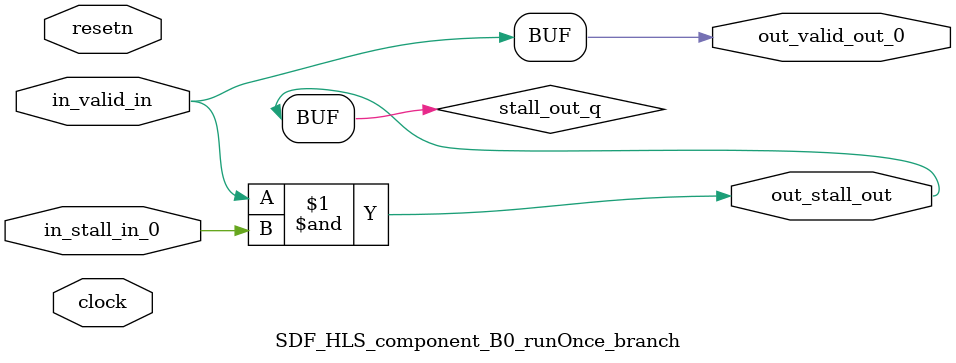
<source format=sv>



(* altera_attribute = "-name AUTO_SHIFT_REGISTER_RECOGNITION OFF; -name MESSAGE_DISABLE 10036; -name MESSAGE_DISABLE 10037; -name MESSAGE_DISABLE 14130; -name MESSAGE_DISABLE 14320; -name MESSAGE_DISABLE 15400; -name MESSAGE_DISABLE 14130; -name MESSAGE_DISABLE 10036; -name MESSAGE_DISABLE 12020; -name MESSAGE_DISABLE 12030; -name MESSAGE_DISABLE 12010; -name MESSAGE_DISABLE 12110; -name MESSAGE_DISABLE 14320; -name MESSAGE_DISABLE 13410; -name MESSAGE_DISABLE 113007; -name MESSAGE_DISABLE 10958" *)
module SDF_HLS_component_B0_runOnce_branch (
    input wire [0:0] in_stall_in_0,
    input wire [0:0] in_valid_in,
    output wire [0:0] out_stall_out,
    output wire [0:0] out_valid_out_0,
    input wire clock,
    input wire resetn
    );

    wire [0:0] stall_out_q;


    // stall_out(LOGICAL,6)
    assign stall_out_q = in_valid_in & in_stall_in_0;

    // out_stall_out(GPOUT,4)
    assign out_stall_out = stall_out_q;

    // out_valid_out_0(GPOUT,5)
    assign out_valid_out_0 = in_valid_in;

endmodule

</source>
